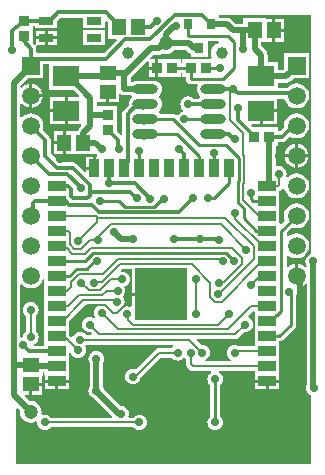
<source format=gbl>
G04*
G04 #@! TF.GenerationSoftware,Altium Limited,Altium Designer,19.1.8 (144)*
G04*
G04 Layer_Physical_Order=2*
G04 Layer_Color=16711680*
%FSLAX25Y25*%
%MOIN*%
G70*
G01*
G75*
%ADD10C,0.00984*%
%ADD13C,0.01000*%
%ADD41R,0.03150X0.03543*%
%ADD46R,0.05512X0.05118*%
%ADD47R,0.05118X0.05512*%
%ADD48R,0.03740X0.03347*%
%ADD49R,0.03347X0.03740*%
%ADD50C,0.04724*%
%ADD51C,0.01181*%
%ADD52C,0.01968*%
%ADD53C,0.00800*%
%ADD55C,0.03937*%
%ADD56R,0.05906X0.05906*%
%ADD57C,0.05906*%
%ADD58C,0.02756*%
%ADD59R,0.04900X0.02600*%
%ADD60R,0.05906X0.03543*%
%ADD61R,0.03543X0.05906*%
%ADD62R,0.17717X0.17717*%
%ADD63R,0.08780X0.07087*%
%ADD64O,0.08661X0.03150*%
G36*
X26429Y149193D02*
X33729D01*
Y151225D01*
X34191Y151416D01*
X34627Y150980D01*
Y145650D01*
X37351D01*
X37543Y145188D01*
X33156Y140802D01*
X11220D01*
X11220Y140802D01*
X11184Y140795D01*
X10684Y141082D01*
Y142321D01*
X10619Y142645D01*
X10545Y143020D01*
X10545Y143020D01*
X10545Y143020D01*
X10470Y143132D01*
X10781Y143566D01*
X11034Y143566D01*
X13579D01*
Y145366D01*
X10629D01*
Y144015D01*
X10629Y143794D01*
X10216Y143637D01*
X10129Y143632D01*
X9527Y144234D01*
Y149867D01*
X10429D01*
Y149193D01*
X17729D01*
Y151611D01*
X18676Y152558D01*
X26429D01*
Y149193D01*
D02*
G37*
G36*
X71477Y144271D02*
X70709Y143953D01*
X69943Y143364D01*
X69355Y142598D01*
X68985Y141706D01*
X68859Y140748D01*
X68985Y139790D01*
X69148Y139397D01*
X68814Y138897D01*
X59332D01*
Y137552D01*
X58779D01*
Y138897D01*
X53032D01*
Y138697D01*
X51287D01*
Y135827D01*
Y132957D01*
X53032D01*
Y132757D01*
X58779D01*
Y134101D01*
X59332D01*
Y132757D01*
X60479D01*
Y132283D01*
X60611Y131623D01*
X60985Y131063D01*
X61545Y130690D01*
X62205Y130558D01*
X64212D01*
X64447Y130058D01*
X64226Y129524D01*
X64131Y128799D01*
X64226Y128075D01*
X64505Y127400D01*
X64950Y126820D01*
X65219Y126614D01*
Y125984D01*
X64950Y125778D01*
X64833Y125625D01*
X63187D01*
X63177Y125638D01*
X62639Y126051D01*
X62012Y126311D01*
X61339Y126399D01*
X60666Y126311D01*
X60039Y126051D01*
X59500Y125638D01*
X59087Y125099D01*
X58827Y124472D01*
X58738Y123799D01*
X58827Y123126D01*
X59087Y122499D01*
X59500Y121961D01*
X59648Y121847D01*
X59508Y121324D01*
X59406Y121311D01*
X58779Y121051D01*
X58240Y120638D01*
X57967Y120282D01*
X57686Y120116D01*
X57311Y120160D01*
X56963Y120393D01*
X56303Y120525D01*
X52016D01*
X51822Y120778D01*
X51553Y120984D01*
Y121614D01*
X51822Y121820D01*
X52266Y122400D01*
X52546Y123075D01*
X52641Y123799D01*
X52546Y124524D01*
X52266Y125199D01*
X51822Y125778D01*
X51553Y125984D01*
Y126614D01*
X51822Y126820D01*
X52266Y127400D01*
X52546Y128075D01*
X52641Y128799D01*
X52546Y129524D01*
X52266Y130199D01*
X51822Y130778D01*
X51242Y131223D01*
X50567Y131503D01*
X49843Y131598D01*
X44331D01*
X43606Y131503D01*
X42979Y131243D01*
X42306D01*
Y132748D01*
X47652Y138095D01*
X48114Y137903D01*
Y136327D01*
X50287D01*
Y138697D01*
X48908D01*
X48716Y139159D01*
X49868Y140311D01*
X51634D01*
X51635Y140311D01*
X52487Y140480D01*
X52819Y140702D01*
X53007Y140624D01*
X53937Y140501D01*
X54867Y140624D01*
X55734Y140983D01*
X56478Y141554D01*
X56718Y141867D01*
X60729D01*
X61612Y140984D01*
X61612Y140984D01*
X62304Y140522D01*
Y139587D01*
X67854D01*
Y144771D01*
X71378D01*
X71477Y144271D01*
D02*
G37*
G36*
X102328Y73879D02*
X102285Y73873D01*
X101658Y73614D01*
X101119Y73200D01*
X100706Y72662D01*
X100446Y72035D01*
X100358Y71362D01*
X100446Y70689D01*
X100706Y70062D01*
X100783Y69961D01*
X100729Y69643D01*
X100416Y69503D01*
X100223Y69462D01*
X99434Y70067D01*
X98473Y70465D01*
X97941Y70535D01*
Y66614D01*
X96941D01*
Y70535D01*
X96409Y70465D01*
X95448Y70067D01*
X94634Y69443D01*
X94449Y69469D01*
X94134Y69576D01*
Y73326D01*
X94634Y73534D01*
X95347Y72987D01*
X96357Y72568D01*
X97441Y72426D01*
X98525Y72568D01*
X99535Y72987D01*
X100403Y73652D01*
X101068Y74520D01*
X101487Y75530D01*
X101630Y76614D01*
X101487Y77698D01*
X101068Y78708D01*
X100403Y79576D01*
X99535Y80242D01*
X98525Y80660D01*
X97441Y80803D01*
X96357Y80660D01*
X95347Y80242D01*
X94634Y79695D01*
X94134Y79902D01*
Y80856D01*
X95996Y82718D01*
X96357Y82568D01*
X97441Y82426D01*
X98525Y82568D01*
X99535Y82987D01*
X100403Y83652D01*
X101068Y84520D01*
X101487Y85530D01*
X101630Y86614D01*
X101487Y87698D01*
X101068Y88709D01*
X100403Y89576D01*
X99535Y90242D01*
X98525Y90660D01*
X97441Y90803D01*
X96357Y90660D01*
X95347Y90242D01*
X94479Y89576D01*
X93814Y88709D01*
X93395Y87698D01*
X93252Y86614D01*
X93395Y85530D01*
X93545Y85169D01*
X92251Y83876D01*
X91751Y84083D01*
Y88524D01*
Y93524D01*
Y94949D01*
X91951Y94989D01*
X92480Y95342D01*
X92693Y95556D01*
X92855Y95799D01*
X93376Y95678D01*
X93395Y95530D01*
X93814Y94520D01*
X94479Y93652D01*
X95347Y92987D01*
X96357Y92568D01*
X97441Y92426D01*
X98525Y92568D01*
X99535Y92987D01*
X100403Y93652D01*
X101068Y94520D01*
X101487Y95530D01*
X101630Y96614D01*
X101487Y97698D01*
X101068Y98708D01*
X100403Y99576D01*
X99535Y100242D01*
X98525Y100660D01*
X97441Y100803D01*
X96357Y100660D01*
X95347Y100242D01*
X94479Y99576D01*
X94371Y99435D01*
X93934Y99687D01*
X94051Y99970D01*
X94140Y100643D01*
X94051Y101316D01*
X93791Y101943D01*
X93378Y102481D01*
X92840Y102894D01*
X92213Y103154D01*
X91540Y103243D01*
X90978Y103169D01*
X90478Y103463D01*
Y109917D01*
X91124D01*
Y111161D01*
X92535D01*
X92535Y111161D01*
X93234Y111300D01*
X93826Y111696D01*
X95217Y113086D01*
X95347Y112987D01*
X96357Y112568D01*
X97441Y112426D01*
X98525Y112568D01*
X99535Y112987D01*
X100403Y113652D01*
X101068Y114520D01*
X101487Y115530D01*
X101630Y116614D01*
X101487Y117698D01*
X101068Y118709D01*
X100403Y119576D01*
X99535Y120242D01*
X98525Y120660D01*
X97441Y120803D01*
X96357Y120660D01*
X95347Y120242D01*
X94479Y119576D01*
X93814Y118709D01*
X93395Y117698D01*
X93252Y116614D01*
X93291Y116324D01*
X91779Y114813D01*
X91124D01*
Y116057D01*
X82841D01*
X82289Y116609D01*
X82481Y117071D01*
X85130D01*
Y121614D01*
X85630D01*
Y122114D01*
X91020D01*
Y125574D01*
X93389D01*
X93395Y125530D01*
X93814Y124520D01*
X94479Y123652D01*
X95347Y122987D01*
X96357Y122568D01*
X97441Y122426D01*
X98525Y122568D01*
X99535Y122987D01*
X100403Y123652D01*
X101068Y124520D01*
X101487Y125530D01*
X101630Y126614D01*
X101487Y127698D01*
X101068Y128709D01*
X100403Y129576D01*
X99535Y130242D01*
X98525Y130660D01*
X97441Y130803D01*
X96357Y130660D01*
X95347Y130242D01*
X94479Y129576D01*
X94210Y129226D01*
X91220D01*
Y130883D01*
X93937D01*
X93937Y130883D01*
X94789Y131053D01*
X95512Y131535D01*
X96438Y132462D01*
X101594D01*
Y140767D01*
X93288D01*
Y135611D01*
X93015Y135337D01*
X91220D01*
Y137854D01*
X87857D01*
Y140156D01*
X87857Y140156D01*
X87756Y140666D01*
X87687Y141008D01*
X87687Y141008D01*
X87687Y141008D01*
X87472Y141331D01*
X87205Y141731D01*
X87205Y141731D01*
X87205Y141731D01*
X85692Y143244D01*
Y144469D01*
X87224D01*
Y144669D01*
X89264D01*
Y148425D01*
Y152181D01*
X87224D01*
Y152381D01*
X79706D01*
Y150652D01*
X77300D01*
X75945Y152008D01*
X75945Y152008D01*
X75945Y152008D01*
X75669Y152192D01*
X75222Y152490D01*
X75222Y152490D01*
X75222Y152491D01*
X74686Y152597D01*
X74370Y152660D01*
X74370D01*
X74370Y152660D01*
X74370Y152660D01*
X71594D01*
Y153405D01*
X72050Y153509D01*
X102328D01*
Y73879D01*
D02*
G37*
G36*
X15080Y128367D02*
X23110D01*
X24857Y126620D01*
X24666Y126157D01*
X21169D01*
Y121614D01*
Y117071D01*
X25498D01*
X25705Y116571D01*
X24803Y115669D01*
X24342Y114980D01*
X22619D01*
Y114779D01*
X20579D01*
Y111024D01*
X20079D01*
D01*
X20579D01*
Y107268D01*
X22619D01*
Y107068D01*
X30137D01*
Y107098D01*
X30637Y107268D01*
X30792Y107066D01*
X31068Y106854D01*
X30898Y106354D01*
X30579D01*
Y102402D01*
X30079D01*
Y101902D01*
X27307D01*
Y101319D01*
X26845Y101128D01*
X24058Y103915D01*
X23466Y104310D01*
X22767Y104449D01*
X22767Y104449D01*
X18475D01*
X15566Y107358D01*
Y111732D01*
X15566Y111732D01*
X15427Y112431D01*
X15032Y113023D01*
X15031Y113023D01*
X12793Y115261D01*
X12904Y115530D01*
X13047Y116614D01*
X12904Y117698D01*
X12486Y118709D01*
X11820Y119576D01*
X10953Y120242D01*
X9942Y120660D01*
X8858Y120803D01*
X7774Y120660D01*
X6764Y120242D01*
X5896Y119576D01*
X5850Y119516D01*
X5377Y119676D01*
Y123837D01*
X5877Y124007D01*
X6039Y123795D01*
X6865Y123161D01*
X7826Y122763D01*
X8358Y122693D01*
Y126614D01*
X8858D01*
D01*
X8358D01*
Y130535D01*
X7826Y130465D01*
X6865Y130067D01*
X6039Y129433D01*
X5877Y129222D01*
X5377Y129391D01*
Y129983D01*
X7855Y132462D01*
X13011D01*
Y137151D01*
X15080D01*
Y128367D01*
D02*
G37*
G36*
X34949Y124394D02*
X38205D01*
Y127058D01*
X38705Y127307D01*
X39226Y126958D01*
X40079Y126789D01*
X42393D01*
X42620Y126614D01*
Y125984D01*
X42352Y125778D01*
X41907Y125199D01*
X41627Y124524D01*
X41532Y123799D01*
X41557Y123607D01*
X39926Y121976D01*
X39531Y121384D01*
X39391Y120686D01*
X39391Y120686D01*
Y113602D01*
X38892Y113395D01*
X37519Y114768D01*
Y117304D01*
Y123050D01*
X31379D01*
X30967Y123264D01*
Y124394D01*
X33949D01*
Y127953D01*
X34949D01*
Y124394D01*
D02*
G37*
G36*
X13367Y65408D02*
Y63524D01*
Y58524D01*
Y53524D01*
Y48524D01*
Y43322D01*
X10091D01*
X9992Y43822D01*
X10158Y43891D01*
X10697Y44304D01*
X11110Y44842D01*
X11370Y45469D01*
X11458Y46143D01*
X11370Y46815D01*
X11110Y47443D01*
X10697Y47981D01*
X10490Y48140D01*
Y53310D01*
X10697Y53469D01*
X11110Y54008D01*
X11370Y54635D01*
X11458Y55308D01*
X11370Y55981D01*
X11110Y56608D01*
X10697Y57146D01*
X10158Y57560D01*
X9531Y57819D01*
X8858Y57908D01*
X8185Y57819D01*
X7558Y57560D01*
X7020Y57146D01*
X6606Y56608D01*
X6347Y55981D01*
X6258Y55308D01*
X6347Y54635D01*
X6606Y54008D01*
X7020Y53469D01*
X7227Y53310D01*
Y48140D01*
X7020Y47981D01*
X6606Y47443D01*
X6347Y46815D01*
X6264Y46191D01*
X6050Y46084D01*
X5775Y46005D01*
X5377Y46281D01*
Y63552D01*
X5850Y63713D01*
X5896Y63652D01*
X6764Y62987D01*
X7774Y62568D01*
X8858Y62426D01*
X9942Y62568D01*
X10953Y62987D01*
X11820Y63652D01*
X12486Y64520D01*
X12904Y65530D01*
X13367Y65408D01*
D02*
G37*
G36*
X42563Y60917D02*
X52421D01*
Y59917D01*
X42563D01*
Y56502D01*
X42063Y56187D01*
X41711Y56333D01*
X41038Y56422D01*
X40365Y56333D01*
X40172Y56253D01*
X40018Y56363D01*
X39815Y56647D01*
X40031Y57166D01*
X40119Y57839D01*
X40031Y58512D01*
X39771Y59140D01*
X39406Y59615D01*
X39654Y59806D01*
X40068Y60345D01*
X40328Y60972D01*
X40416Y61645D01*
X40328Y62318D01*
X40086Y62900D01*
X40621Y63121D01*
X41159Y63535D01*
X41572Y64073D01*
X41832Y64700D01*
X41921Y65373D01*
X41832Y66046D01*
X41572Y66673D01*
X41159Y67212D01*
X40621Y67625D01*
X39994Y67885D01*
X39321Y67973D01*
X39023Y67934D01*
X38789Y68408D01*
X39226Y68844D01*
X42563D01*
Y60917D01*
D02*
G37*
G36*
X30913Y56246D02*
X30642Y56038D01*
X30228Y55500D01*
X29969Y54872D01*
X29880Y54199D01*
X29969Y53526D01*
X30228Y52899D01*
X30265Y52852D01*
X29908Y52496D01*
X29758Y52611D01*
X29131Y52871D01*
X28458Y52959D01*
X27785Y52871D01*
X27158Y52611D01*
X26619Y52198D01*
X26206Y51659D01*
X25946Y51032D01*
X25857Y50359D01*
X25946Y49686D01*
X26206Y49059D01*
X26619Y48520D01*
X27158Y48107D01*
X27785Y47848D01*
X28458Y47759D01*
X28717Y47793D01*
X29100Y47410D01*
X28908Y46948D01*
X27323D01*
X27164Y47155D01*
X26625Y47569D01*
X25998Y47828D01*
X25325Y47917D01*
X24652Y47828D01*
X24025Y47569D01*
X23486Y47155D01*
X23073Y46617D01*
X22983Y46399D01*
X22393Y46281D01*
X21673Y47002D01*
Y51404D01*
X27014Y56746D01*
X30743D01*
X30913Y56246D01*
D02*
G37*
G36*
X83446Y54539D02*
Y48524D01*
Y43127D01*
X78161D01*
X78077Y43192D01*
X77450Y43452D01*
X76776Y43540D01*
X76104Y43452D01*
X75476Y43192D01*
X74938Y42779D01*
X74525Y42240D01*
X74265Y41613D01*
X74176Y40940D01*
X74265Y40267D01*
X74525Y39640D01*
X74938Y39102D01*
X75476Y38688D01*
X75624Y38627D01*
X75524Y38127D01*
X66991D01*
X66891Y38627D01*
X67245Y38774D01*
X67784Y39187D01*
X68197Y39726D01*
X68457Y40353D01*
X68545Y41026D01*
X68457Y41699D01*
X68197Y42326D01*
X67784Y42864D01*
X67245Y43278D01*
X66618Y43537D01*
X65945Y43626D01*
X65686Y43592D01*
X64212Y45066D01*
X64403Y45528D01*
X77093D01*
X77717Y45652D01*
X78246Y46006D01*
X80034Y47793D01*
X80293Y47759D01*
X80966Y47848D01*
X81593Y48107D01*
X82131Y48520D01*
X82545Y49059D01*
X82804Y49686D01*
X82893Y50359D01*
X82804Y51032D01*
X82545Y51659D01*
X82131Y52198D01*
X81593Y52611D01*
X81467Y52663D01*
X81369Y53154D01*
X82946Y54730D01*
X83446Y54539D01*
D02*
G37*
G36*
X100809Y63732D02*
Y30409D01*
X100602Y29911D01*
X100514Y29238D01*
X100602Y28565D01*
X100862Y27937D01*
X101275Y27399D01*
X101814Y26986D01*
X102328Y26773D01*
Y3971D01*
X3971Y3971D01*
Y22344D01*
X4433Y22536D01*
X5317Y21652D01*
X5265Y21260D01*
X5388Y20330D01*
X5747Y19463D01*
X6318Y18719D01*
X7062Y18148D01*
X7928Y17789D01*
X8858Y17667D01*
X9788Y17789D01*
X10486Y18079D01*
X10883Y17837D01*
X10947Y17748D01*
X10943Y17717D01*
X11032Y17044D01*
X11292Y16416D01*
X11705Y15878D01*
X12243Y15465D01*
X12870Y15205D01*
X13543Y15116D01*
X14216Y15205D01*
X14843Y15465D01*
X15382Y15878D01*
X15541Y16085D01*
X43081D01*
X43240Y15878D01*
X43779Y15465D01*
X44406Y15205D01*
X45079Y15116D01*
X45752Y15205D01*
X46379Y15465D01*
X46917Y15878D01*
X47331Y16416D01*
X47590Y17044D01*
X47679Y17717D01*
X47590Y18390D01*
X47331Y19017D01*
X46917Y19555D01*
X46379Y19968D01*
X45752Y20228D01*
X45079Y20317D01*
X44406Y20228D01*
X43779Y19968D01*
X43240Y19555D01*
X43081Y19348D01*
X41635D01*
X41357Y19764D01*
X41433Y19947D01*
X41522Y20620D01*
X41433Y21293D01*
X41174Y21920D01*
X40760Y22458D01*
X40222Y22872D01*
X39595Y23132D01*
X38922Y23220D01*
X38910Y23219D01*
X33184Y28944D01*
X33179Y28985D01*
X32919Y29612D01*
X32906Y29629D01*
Y37531D01*
X32942Y37578D01*
X33201Y38205D01*
X33290Y38878D01*
X33201Y39551D01*
X32942Y40178D01*
X32528Y40717D01*
X31990Y41130D01*
X31363Y41390D01*
X30690Y41478D01*
X30017Y41390D01*
X29390Y41130D01*
X28851Y40717D01*
X28438Y40178D01*
X28178Y39551D01*
X28090Y38878D01*
X28178Y38205D01*
X28438Y37578D01*
X28451Y37560D01*
Y29659D01*
X28415Y29612D01*
X28156Y28985D01*
X28067Y28312D01*
X28156Y27639D01*
X28415Y27012D01*
X28829Y26473D01*
X29367Y26060D01*
X29994Y25800D01*
X30035Y25795D01*
X36020Y19810D01*
X35828Y19348D01*
X15541D01*
X15382Y19555D01*
X14843Y19968D01*
X14216Y20228D01*
X13543Y20317D01*
X12870Y20228D01*
X12791Y20195D01*
X12772Y20201D01*
X12359Y20557D01*
X12451Y21260D01*
X12329Y22190D01*
X11970Y23056D01*
X11399Y23800D01*
X10655Y24371D01*
X9788Y24730D01*
X8858Y24853D01*
X8466Y24801D01*
X6777Y26491D01*
X6968Y26953D01*
X8358D01*
Y30512D01*
X8858D01*
Y31012D01*
X12614D01*
Y33052D01*
X12814D01*
Y34427D01*
X13367D01*
Y33524D01*
X13567D01*
Y31996D01*
X21473D01*
Y33524D01*
X21673D01*
Y38524D01*
Y40801D01*
X22173Y40900D01*
X22355Y40461D01*
X22768Y39922D01*
X23306Y39509D01*
X23933Y39249D01*
X24606Y39161D01*
X25279Y39249D01*
X25907Y39509D01*
X26445Y39922D01*
X26858Y40461D01*
X27118Y41088D01*
X27207Y41761D01*
X27118Y42434D01*
X26858Y43061D01*
X26770Y43176D01*
X27164Y43478D01*
X27323Y43685D01*
X56411D01*
X56522Y43213D01*
X56518Y43185D01*
X55988Y42779D01*
X55829Y42572D01*
X51613D01*
X51613Y42572D01*
X50989Y42447D01*
X50460Y42094D01*
X43779Y35413D01*
X43542Y35512D01*
X42869Y35600D01*
X42196Y35512D01*
X41569Y35252D01*
X41030Y34839D01*
X40617Y34300D01*
X40357Y33673D01*
X40269Y33000D01*
X40357Y32327D01*
X40617Y31700D01*
X41030Y31161D01*
X41569Y30748D01*
X42196Y30488D01*
X42869Y30400D01*
X43542Y30488D01*
X44169Y30748D01*
X44708Y31161D01*
X45121Y31700D01*
X45380Y32327D01*
X45391Y32411D01*
X52289Y39309D01*
X55829D01*
X55988Y39102D01*
X56527Y38688D01*
X57154Y38429D01*
X57827Y38340D01*
X58500Y38429D01*
X59127Y38688D01*
X59666Y39102D01*
X59718Y39170D01*
X60234Y39193D01*
X60573Y38860D01*
Y37339D01*
X60698Y36715D01*
X61051Y36185D01*
X61894Y35342D01*
X62423Y34989D01*
X63048Y34865D01*
X68985D01*
X69084Y34365D01*
X68976Y34320D01*
X68437Y33906D01*
X68024Y33368D01*
X67764Y32741D01*
X67675Y32068D01*
X67764Y31395D01*
X68024Y30768D01*
X68437Y30229D01*
X68542Y30148D01*
Y19636D01*
X68437Y19555D01*
X68024Y19017D01*
X67764Y18390D01*
X67675Y17717D01*
X67764Y17044D01*
X68024Y16416D01*
X68437Y15878D01*
X68976Y15465D01*
X69603Y15205D01*
X70276Y15116D01*
X70949Y15205D01*
X71576Y15465D01*
X72114Y15878D01*
X72527Y16416D01*
X72787Y17044D01*
X72876Y17717D01*
X72787Y18390D01*
X72527Y19017D01*
X72114Y19555D01*
X72009Y19636D01*
Y30148D01*
X72114Y30229D01*
X72527Y30768D01*
X72787Y31395D01*
X72876Y32068D01*
X72787Y32741D01*
X72527Y33368D01*
X72114Y33906D01*
X71576Y34320D01*
X71467Y34365D01*
X71566Y34865D01*
X83446D01*
Y33524D01*
X83646D01*
Y31996D01*
X91551D01*
Y33524D01*
X91751D01*
Y38524D01*
Y44765D01*
X92401Y44895D01*
X92963Y45270D01*
X96797Y49104D01*
X97172Y49666D01*
X97304Y50329D01*
Y59830D01*
X97331Y59864D01*
X97590Y60491D01*
X97679Y61164D01*
X97590Y61837D01*
X97464Y62143D01*
X97777Y62672D01*
X98473Y62763D01*
X99434Y63161D01*
X100260Y63795D01*
X100335Y63893D01*
X100809Y63732D01*
D02*
G37*
%LPC*%
G36*
X17529Y148166D02*
X14579D01*
Y146366D01*
X17529D01*
Y148166D01*
D02*
G37*
G36*
X13579D02*
X10629D01*
Y146366D01*
X13579D01*
Y148166D01*
D02*
G37*
G36*
X17529Y145366D02*
X14579D01*
Y143566D01*
X17529D01*
Y145366D01*
D02*
G37*
G36*
X33729Y148366D02*
X26429D01*
Y143366D01*
X33729D01*
Y148366D01*
D02*
G37*
G36*
X50287Y135327D02*
X48114D01*
Y132957D01*
X50287D01*
Y135327D01*
D02*
G37*
G36*
X93323Y152181D02*
X90264D01*
Y148925D01*
X93323D01*
Y152181D01*
D02*
G37*
G36*
Y147925D02*
X90264D01*
Y144669D01*
X93323D01*
Y147925D01*
D02*
G37*
G36*
X91020Y121114D02*
X86130D01*
Y117071D01*
X91020D01*
Y121114D01*
D02*
G37*
G36*
X97941Y110535D02*
Y107114D01*
X101362D01*
X101292Y107646D01*
X100894Y108608D01*
X100260Y109433D01*
X99434Y110067D01*
X98473Y110465D01*
X97941Y110535D01*
D02*
G37*
G36*
X96941D02*
X96409Y110465D01*
X95448Y110067D01*
X94622Y109433D01*
X93988Y108608D01*
X93590Y107646D01*
X93520Y107114D01*
X96941D01*
Y110535D01*
D02*
G37*
G36*
X101362Y106114D02*
X97941D01*
Y102693D01*
X98473Y102763D01*
X99434Y103162D01*
X100260Y103795D01*
X100894Y104621D01*
X101292Y105582D01*
X101362Y106114D01*
D02*
G37*
G36*
X96941D02*
X93520D01*
X93590Y105582D01*
X93988Y104621D01*
X94622Y103795D01*
X95448Y103162D01*
X96409Y102763D01*
X96941Y102693D01*
Y106114D01*
D02*
G37*
G36*
X9358Y130535D02*
Y127114D01*
X12779D01*
X12709Y127646D01*
X12311Y128608D01*
X11677Y129433D01*
X10852Y130067D01*
X9890Y130465D01*
X9358Y130535D01*
D02*
G37*
G36*
X12779Y126114D02*
X9358D01*
Y122693D01*
X9890Y122763D01*
X10852Y123161D01*
X11677Y123795D01*
X12311Y124621D01*
X12709Y125582D01*
X12779Y126114D01*
D02*
G37*
G36*
X20169Y126157D02*
X15280D01*
Y122114D01*
X20169D01*
Y126157D01*
D02*
G37*
G36*
Y121114D02*
X15280D01*
Y117071D01*
X20169D01*
Y121114D01*
D02*
G37*
G36*
X19579Y114779D02*
X16520D01*
Y111524D01*
X19579D01*
Y114779D01*
D02*
G37*
G36*
Y110524D02*
X16520D01*
Y107268D01*
X19579D01*
Y110524D01*
D02*
G37*
G36*
X29579Y106354D02*
X27307D01*
Y102902D01*
X29579D01*
Y106354D01*
D02*
G37*
G36*
X91551Y30996D02*
X88098D01*
Y28724D01*
X91551D01*
Y30996D01*
D02*
G37*
G36*
X87098D02*
X83646D01*
Y28724D01*
X87098D01*
Y30996D01*
D02*
G37*
G36*
X21473D02*
X18020D01*
Y28724D01*
X21473D01*
Y30996D01*
D02*
G37*
G36*
X17020D02*
X13567D01*
Y28724D01*
X17020D01*
Y30996D01*
D02*
G37*
G36*
X12614Y30012D02*
X9358D01*
Y26953D01*
X12614D01*
Y30012D01*
D02*
G37*
%LPD*%
D10*
X78143Y98196D02*
Y105890D01*
X78013Y90993D02*
Y98067D01*
X78143Y98196D01*
X62205Y132283D02*
X72835D01*
X62205D02*
Y135827D01*
X21715Y66496D02*
X24123Y68904D01*
X17520Y66496D02*
X21715D01*
X27476Y68904D02*
X30068Y71496D01*
X24123Y68904D02*
X27476D01*
X70079Y102402D02*
Y107651D01*
X40222Y89675D02*
X50083D01*
X38346Y91550D02*
X40222Y89675D01*
X46116Y117677D02*
X47162Y118723D01*
X73882Y110151D02*
X78143Y105890D01*
X84035Y81496D02*
X87598D01*
X79763Y85769D02*
X84035Y81496D01*
X79763Y85769D02*
Y89243D01*
X78013Y90993D02*
X79763Y89243D01*
X64951Y110151D02*
X73882D01*
X56303Y118799D02*
X64951Y110151D01*
X47238Y118799D02*
X56303D01*
X50083Y89675D02*
X52670Y92262D01*
X53150D01*
X47087Y118799D02*
X47238D01*
X30068Y71496D02*
X30809D01*
X31875Y91550D02*
X38346D01*
X47162Y118723D02*
X47238Y118799D01*
X47162Y113723D02*
X47238Y113799D01*
X69882Y107480D02*
X70079Y107651D01*
X55906Y135827D02*
X62205D01*
X72835Y132283D02*
X76477Y135926D01*
Y144624D01*
X74605Y146496D02*
X76477Y144624D01*
X67323Y135827D02*
X72047D01*
X57651Y113799D02*
X65079Y106371D01*
X60079Y118799D02*
X69685D01*
X45079Y103386D02*
Y108268D01*
X47238Y113799D02*
X57651D01*
X65079Y103386D02*
Y106371D01*
X61339Y146496D02*
Y150433D01*
Y146496D02*
X74605D01*
X46116Y112677D02*
X47162Y113723D01*
X46116Y112677D02*
X47162Y113723D01*
D13*
X95079Y61164D02*
X95571Y60672D01*
X92401Y54736D02*
Y81574D01*
X29699Y74174D02*
X54780D01*
X27021Y71496D02*
X29699Y74174D01*
X54780D02*
X54781Y74173D01*
X73889D01*
X73935Y74127D01*
X73985D01*
X75554Y72558D01*
X17520Y71496D02*
X27021D01*
X75554Y72508D02*
Y72558D01*
Y72508D02*
X76566Y71496D01*
X83025Y91496D02*
X87598D01*
X82283Y92238D02*
Y94323D01*
X91090Y53424D02*
X92401Y54736D01*
X90708Y53424D02*
X91090D01*
X88779Y51496D02*
X90708Y53424D01*
X87598Y51496D02*
X88779D01*
X70045Y92578D02*
X75079Y97611D01*
X67836Y92578D02*
X70045D01*
X75079Y97611D02*
Y102402D01*
X91738Y46496D02*
X95571Y50329D01*
X87598Y46496D02*
X91738D01*
X92401Y81574D02*
X97441Y86614D01*
X95571Y50329D02*
Y60672D01*
X70276Y17717D02*
Y32068D01*
X82283Y92238D02*
X83025Y91496D01*
D41*
X61339Y150433D02*
D03*
X68819D02*
D03*
X65079Y142559D02*
D03*
D46*
X8858Y36811D02*
D03*
Y30512D02*
D03*
X34449Y134252D02*
D03*
Y127953D02*
D03*
D47*
X44685Y149606D02*
D03*
X38386D02*
D03*
X89764Y148425D02*
D03*
X83465D02*
D03*
X20079Y111024D02*
D03*
X26378D02*
D03*
D48*
X34449Y115059D02*
D03*
Y120177D02*
D03*
X6457Y151614D02*
D03*
Y146496D02*
D03*
D49*
X83133Y112987D02*
D03*
X88251D02*
D03*
X50787Y135827D02*
D03*
X55906D02*
D03*
X67323D02*
D03*
X62205D02*
D03*
D50*
X53937Y144094D02*
D03*
X8858Y21260D02*
D03*
D51*
X28457Y94488D02*
X28458Y94488D01*
X28457Y94488D02*
Y96934D01*
X22767Y102624D02*
X28457Y96934D01*
X17719Y102624D02*
X22767D01*
X13740Y106602D02*
X17719Y102624D01*
X13740Y106602D02*
Y111732D01*
X8858Y116614D02*
X13740Y111732D01*
X71723Y78708D02*
X71755Y78676D01*
X65248Y78708D02*
X71723D01*
X65216Y78740D02*
X65248Y78708D01*
X56880Y78855D02*
X56995Y78740D01*
X56508Y78855D02*
X56880D01*
X56995Y78740D02*
X65216D01*
X2559Y141706D02*
Y148108D01*
X92535Y112987D02*
X96163Y116614D01*
X88251Y112987D02*
X92535D01*
X44994Y123799D02*
X46040Y122753D01*
X46116Y122677D01*
X41217Y120686D02*
X44331Y123799D01*
X41217Y104524D02*
Y120686D01*
X40079Y103386D02*
X41217Y104524D01*
X19437Y92426D02*
X21548Y90315D01*
X18449Y92426D02*
X19437D01*
X21548Y90315D02*
X29195D01*
X74803Y113799D02*
X76350Y112252D01*
X72902Y113799D02*
X74803D01*
X17520Y91496D02*
X18449Y92426D01*
X29195Y90315D02*
X31718Y87792D01*
X76350Y112252D02*
X76776D01*
X22135Y93212D02*
Y95556D01*
X21195Y96496D02*
X22135Y95556D01*
X17520Y96496D02*
X21195D01*
X76378Y129016D02*
X77994Y127400D01*
X96655D01*
X97441Y126614D01*
X69685Y128799D02*
X75216D01*
X77858Y118458D02*
Y122447D01*
Y118458D02*
X83133Y113184D01*
Y112987D02*
Y113184D01*
X28458Y94488D02*
X41887D01*
X43865Y92510D01*
X44291D01*
X68819Y150433D02*
Y150630D01*
X65854Y153595D02*
X68819Y150630D01*
X56881Y153595D02*
X65854D01*
X48746Y145460D02*
X56881Y153595D01*
X40396Y145460D02*
X48746D01*
X33913Y138976D02*
X40396Y145460D01*
X11220Y138976D02*
X33913D01*
X8858Y136614D02*
X11220Y138976D01*
X96163Y116614D02*
X97441D01*
X31718Y87792D02*
X58130D01*
X62847Y92510D01*
X21083Y100643D02*
X25689Y96036D01*
X14830Y100643D02*
X21083D01*
X44685Y149606D02*
X48952D01*
X50762Y151416D01*
X50787D01*
X8310Y41496D02*
X17520D01*
X6398Y43408D02*
X8310Y41496D01*
X43466Y97638D02*
X48759Y92345D01*
X35039Y97638D02*
X43466D01*
X8858Y106614D02*
X14830Y100643D01*
X8858Y136614D02*
Y142321D01*
X6457Y144723D02*
X8858Y142321D01*
X6457Y144723D02*
Y146496D01*
X4031Y149580D02*
X4226D01*
X2559Y148108D02*
X4031Y149580D01*
X8427Y151614D02*
X8506Y151693D01*
X14079D01*
X15229D01*
X38386Y149606D02*
Y149803D01*
X9762Y87518D02*
Y91022D01*
X10236Y91496D02*
X17520D01*
X22135Y93212D02*
X22867Y92480D01*
X27726D01*
X28458Y93212D01*
Y94488D01*
X34646Y115059D02*
X37888Y111817D01*
X61339Y123799D02*
X69685D01*
X44331D02*
X44994D01*
X58424Y108824D02*
X60079Y107169D01*
Y103386D02*
Y107169D01*
X37888Y109356D02*
Y111817D01*
X34449Y115059D02*
X34646D01*
X35039Y97638D02*
X35079Y97677D01*
Y102402D01*
X9762Y91022D02*
X10236Y91496D01*
X8858Y86614D02*
X9762Y87518D01*
X4226Y149580D02*
X6260Y151614D01*
X6457D01*
X33806Y154383D02*
X38386Y149803D01*
X17919Y154383D02*
X33806D01*
X15229Y151693D02*
X17919Y154383D01*
X6457Y151614D02*
X8427D01*
D52*
X54788Y143244D02*
Y144094D01*
X30667Y28312D02*
X38359Y20620D01*
X38922D01*
X30678Y38867D02*
X30690Y38878D01*
X30678Y28323D02*
Y38867D01*
X30667Y28312D02*
X30678Y28323D01*
X103036Y29316D02*
X103114Y29238D01*
X103036Y29316D02*
Y71284D01*
X102958Y71362D02*
X103036Y71284D01*
X40079Y129016D02*
X44778D01*
X40079D02*
Y133671D01*
X33307Y133110D02*
X34449Y134252D01*
X21516Y133110D02*
X33307D01*
X28740Y120177D02*
Y125886D01*
X26378Y114094D02*
X28740Y116457D01*
X26378Y111024D02*
Y114094D01*
X93937Y133110D02*
X97441Y136614D01*
X85630Y133110D02*
X93937D01*
X88251Y97148D02*
Y112987D01*
X97441Y65549D02*
X98473Y64517D01*
Y61496D02*
Y64517D01*
X63187Y142559D02*
X65079D01*
X61652Y144094D02*
X63187Y142559D01*
X54788Y144094D02*
X61652D01*
X53937Y147292D02*
X56512Y149867D01*
X53937Y144094D02*
Y147292D01*
X56512Y149867D02*
X57104D01*
X17362Y36654D02*
X17520Y36496D01*
X9016Y36654D02*
X17362D01*
X8858Y36811D02*
X9016Y36654D01*
X3150Y36811D02*
Y130906D01*
X8858Y136614D01*
X97441Y65549D02*
Y66614D01*
X53191Y144094D02*
X53937D01*
X54788Y143244D01*
X40660Y134252D02*
X48946Y142538D01*
X51635D01*
X53191Y144094D01*
X38976Y78740D02*
X43077D01*
X36568Y81148D02*
Y81149D01*
Y81148D02*
X38976Y78740D01*
X3150Y26968D02*
Y36811D01*
X83465Y142321D02*
Y148228D01*
X3150Y26968D02*
X8858Y21260D01*
X3150Y36811D02*
X8858D01*
X68819Y150433D02*
X74370D01*
X79527Y142126D02*
Y148425D01*
X30299Y111024D02*
X32267Y109055D01*
X21516Y133110D02*
X28740Y125886D01*
X20669Y133110D02*
X21516D01*
X34449Y134252D02*
X40660D01*
X28740Y120177D02*
X34449D01*
X26378Y111024D02*
X30299D01*
X32556Y108980D02*
X32631Y108904D01*
X79527Y148425D02*
X83465D01*
X76378D02*
X79527D01*
X74370Y150433D02*
X76378Y148425D01*
X83465Y142321D02*
X85630Y140156D01*
Y133110D02*
Y140156D01*
X32267Y109055D02*
X32556Y108980D01*
X32556Y108980D01*
X28740Y116457D02*
Y120177D01*
X40079Y133671D02*
X40660Y134252D01*
D53*
X13543Y17717D02*
X45079D01*
X17520Y76496D02*
X18142Y75874D01*
X20800D01*
X22751Y73922D01*
X17520Y81496D02*
X21146D01*
X28479Y78452D02*
X31391D01*
X21904Y77033D02*
Y80738D01*
X21146Y81496D02*
X21904Y80738D01*
X23414Y75522D02*
X25550D01*
X28479Y78452D01*
X22173Y51496D02*
X27454Y56777D01*
X22028Y48077D02*
Y51289D01*
X31391Y78452D02*
Y79618D01*
X35500Y83727D01*
X28995Y75874D02*
X75833D01*
X27044Y73922D02*
X28995Y75874D01*
X22751Y73922D02*
X27044D01*
X30809Y86002D02*
X73557D01*
X83192Y76367D01*
Y72066D02*
Y76367D01*
X71544Y60417D02*
X83192Y72066D01*
X72186Y83727D02*
X80614Y75299D01*
X35500Y83727D02*
X72186D01*
X85365Y66496D02*
X87598D01*
X82405Y63535D02*
X85365Y66496D01*
X91540Y96709D02*
Y100643D01*
X91326Y96496D02*
X91540Y96709D01*
X87598Y96496D02*
X91326D01*
X77332Y41496D02*
X87598D01*
X76776Y40940D02*
X77332Y41496D01*
X18489Y50527D02*
X26339Y58377D01*
X17520Y51496D02*
X18489Y50527D01*
X22298Y62726D02*
Y64686D01*
X21068Y61496D02*
X22298Y62726D01*
X17520Y61496D02*
X21068D01*
X24770Y60097D02*
X32697D01*
X21169Y56496D02*
X24770Y60097D01*
X17520Y56496D02*
X21169D01*
X33024Y67212D02*
X37887Y72076D01*
X24824Y67212D02*
X33024D01*
X22298Y64686D02*
X24824Y67212D01*
X30809Y86002D02*
Y86169D01*
Y84427D02*
Y86002D01*
X30482Y86496D02*
X30809Y86169D01*
X17520Y86496D02*
X30482D01*
X77093Y85580D02*
Y87518D01*
X79705Y91694D02*
X85692Y85707D01*
X79705Y91694D02*
Y97366D01*
X77093Y85580D02*
X86177Y76496D01*
X72249Y72076D02*
X72876Y71449D01*
X37887Y72076D02*
X72249D01*
X25325Y45317D02*
X61654D01*
X51613Y40940D02*
X57827D01*
X63048Y36496D02*
X87598D01*
X62205Y37339D02*
X63048Y36496D01*
X62205Y37339D02*
Y40940D01*
X19871Y46496D02*
X24606Y41761D01*
X43673Y33000D02*
X51613Y40940D01*
X61654Y45317D02*
X65945Y41026D01*
X42869Y33000D02*
X43673D01*
X71755Y64275D02*
X72130Y64649D01*
X73365D01*
X79144Y70428D01*
X63921Y65302D02*
X63993Y65373D01*
X63921Y54097D02*
Y65302D01*
X63850Y54026D02*
X63921Y54097D01*
X75833Y75874D02*
X79144Y72564D01*
X36981Y58377D02*
X37519Y57839D01*
X68734Y59430D02*
Y64278D01*
Y59430D02*
X70324Y57839D01*
X85692Y85707D02*
Y86496D01*
X75216Y118568D02*
X79705Y114079D01*
Y106720D02*
Y114079D01*
Y106720D02*
X79835Y106590D01*
Y97496D02*
Y106590D01*
X79705Y97366D02*
X79835Y97496D01*
X75216Y118568D02*
Y128799D01*
X76161D02*
X76378Y129016D01*
X75216Y128799D02*
X76161D01*
X71392Y60417D02*
X71544D01*
X41038Y53822D02*
X41412Y53447D01*
Y52013D02*
Y53447D01*
Y52013D02*
X43066Y50359D01*
X71325D01*
X74905Y53940D01*
X22028Y48077D02*
X22867Y47238D01*
X22028Y51289D02*
X22173Y51434D01*
Y51496D01*
X27454Y56777D02*
X33548D01*
X8858Y46143D02*
Y55308D01*
X69685Y113799D02*
X72902D01*
X22867Y47002D02*
Y47238D01*
X33548Y56777D02*
X36126Y54199D01*
X26339Y58377D02*
X36981D01*
X36126Y54199D02*
X37525D01*
X40868Y57543D01*
Y59668D01*
X41242Y60042D01*
X34245Y61645D02*
X37816D01*
X32697Y60097D02*
X34245Y61645D01*
X32034Y61697D02*
X35710Y65373D01*
X28110Y61697D02*
X32034D01*
X35710Y65373D02*
X39321D01*
X28458Y50359D02*
Y50359D01*
Y50359D02*
X31658Y47159D01*
X17520Y46496D02*
X19871D01*
X72460Y57839D02*
X84745Y70124D01*
X79144Y70428D02*
Y72564D01*
X86227Y70124D02*
X87598Y71496D01*
X84745Y70124D02*
X86227D01*
X86177Y76496D02*
X87598D01*
X37921Y48759D02*
X74668D01*
X32480Y54199D02*
X37921Y48759D01*
X31658Y47159D02*
X77093D01*
X80293Y50359D01*
X70324Y57839D02*
X72460D01*
X38550Y70476D02*
X62536D01*
X68734Y64278D01*
X30021Y64275D02*
X30271Y64525D01*
X32599D01*
X38550Y70476D01*
X25532Y64275D02*
X28110Y61697D01*
X74668Y48759D02*
X82405Y56496D01*
X87598D01*
X24482Y78100D02*
X30809Y84427D01*
X21904Y77033D02*
X23414Y75522D01*
D55*
X41142Y140748D02*
D03*
X72559D02*
D03*
D56*
X97441Y136614D02*
D03*
X8858D02*
D03*
D57*
X97441Y126614D02*
D03*
Y116614D02*
D03*
Y106614D02*
D03*
Y96614D02*
D03*
Y86614D02*
D03*
Y76614D02*
D03*
Y66614D02*
D03*
X8858Y126614D02*
D03*
Y116614D02*
D03*
Y106614D02*
D03*
Y96614D02*
D03*
Y86614D02*
D03*
Y76614D02*
D03*
Y66614D02*
D03*
D58*
X38922Y20620D02*
D03*
X30667Y28312D02*
D03*
X103114Y29238D02*
D03*
X95079Y61164D02*
D03*
X102958Y71362D02*
D03*
X31391Y78452D02*
D03*
X80614Y75299D02*
D03*
X65216Y78740D02*
D03*
X71755Y78676D02*
D03*
X2559Y141706D02*
D03*
X100260Y151168D02*
D03*
X18676Y105582D02*
D03*
X38386Y108824D02*
D03*
X20669Y22752D02*
D03*
X59332Y140666D02*
D03*
X12386Y130854D02*
D03*
X13923Y22752D02*
D03*
X57651Y17717D02*
D03*
X77093Y87518D02*
D03*
X25325Y45317D02*
D03*
X30690Y38878D02*
D03*
X57827Y40940D02*
D03*
X24606Y41761D02*
D03*
X48228Y41613D02*
D03*
X62205Y40940D02*
D03*
X65945Y41026D02*
D03*
X72876Y71449D02*
D03*
X63850Y54026D02*
D03*
X76378Y129016D02*
D03*
X76776Y112252D02*
D03*
X82283Y94323D02*
D03*
X77858Y122447D02*
D03*
X25689Y95787D02*
D03*
X42869Y33000D02*
D03*
X23655Y50867D02*
D03*
X8858Y55308D02*
D03*
X71755Y64275D02*
D03*
X74905Y53940D02*
D03*
X50787Y151416D02*
D03*
X89701Y142126D02*
D03*
X96114Y142598D02*
D03*
X57104Y149867D02*
D03*
X45079Y133688D02*
D03*
X40086Y124394D02*
D03*
X56693Y122095D02*
D03*
X76274Y32404D02*
D03*
X37816Y61645D02*
D03*
X37519Y57839D02*
D03*
X41038Y53822D02*
D03*
X41242Y60042D02*
D03*
X39321Y65373D02*
D03*
X28458Y50359D02*
D03*
X94051Y121614D02*
D03*
X91540Y106371D02*
D03*
X12186Y121774D02*
D03*
X6693Y10433D02*
D03*
X85630Y11811D02*
D03*
X77332D02*
D03*
X41217D02*
D03*
X61894D02*
D03*
X97192Y16416D02*
D03*
X21706Y148228D02*
D03*
X7928Y61164D02*
D03*
X22417Y11811D02*
D03*
X26378Y22752D02*
D03*
X72885Y40940D02*
D03*
X12243Y6496D02*
D03*
X94140Y8760D02*
D03*
X70045Y11811D02*
D03*
X50567D02*
D03*
X31363D02*
D03*
X13543Y17717D02*
D03*
X82405Y63535D02*
D03*
X76566Y71496D02*
D03*
X45079Y17717D02*
D03*
X6398Y43408D02*
D03*
X8858Y46143D02*
D03*
X44291Y92510D02*
D03*
X48759Y92345D02*
D03*
X53150Y92262D02*
D03*
X62847Y92510D02*
D03*
X67836Y92578D02*
D03*
X63993Y65373D02*
D03*
X25532Y64275D02*
D03*
X43077Y78740D02*
D03*
X36568Y81149D02*
D03*
X71392Y60417D02*
D03*
X30021Y64275D02*
D03*
X80293Y50359D02*
D03*
X30809Y71496D02*
D03*
X24482Y78100D02*
D03*
X32480Y54199D02*
D03*
X56508Y78855D02*
D03*
X91540Y100643D02*
D03*
X76776Y40940D02*
D03*
X70276Y17717D02*
D03*
Y32068D02*
D03*
X31875Y91550D02*
D03*
X32631Y108904D02*
D03*
X60079Y118799D02*
D03*
X45079Y108268D02*
D03*
X61339Y123799D02*
D03*
X58424Y108824D02*
D03*
X72047Y135827D02*
D03*
X35039Y97638D02*
D03*
X69882Y107480D02*
D03*
X79527Y142126D02*
D03*
D59*
X30079Y145866D02*
D03*
Y151693D02*
D03*
X14079D02*
D03*
Y145866D02*
D03*
D60*
X17520Y31496D02*
D03*
Y36496D02*
D03*
Y41496D02*
D03*
Y46496D02*
D03*
Y51496D02*
D03*
Y56496D02*
D03*
Y61496D02*
D03*
Y66496D02*
D03*
Y71496D02*
D03*
Y76496D02*
D03*
Y81496D02*
D03*
Y86496D02*
D03*
Y91496D02*
D03*
Y96496D02*
D03*
X87598D02*
D03*
Y91496D02*
D03*
Y86496D02*
D03*
Y81496D02*
D03*
Y76496D02*
D03*
Y71496D02*
D03*
Y66496D02*
D03*
Y61496D02*
D03*
Y56496D02*
D03*
Y51496D02*
D03*
Y46496D02*
D03*
Y41496D02*
D03*
Y36496D02*
D03*
Y31496D02*
D03*
D61*
X30079Y102402D02*
D03*
X35079D02*
D03*
X40079D02*
D03*
X45079D02*
D03*
X50079D02*
D03*
X55079D02*
D03*
X60079D02*
D03*
X65079D02*
D03*
X70079D02*
D03*
X75079D02*
D03*
D62*
X52421Y60417D02*
D03*
D63*
X20669Y133110D02*
D03*
Y121614D02*
D03*
X85630Y133110D02*
D03*
Y121614D02*
D03*
D64*
X69685Y128799D02*
D03*
Y123799D02*
D03*
Y118799D02*
D03*
Y113799D02*
D03*
X47087Y128799D02*
D03*
Y123799D02*
D03*
Y118799D02*
D03*
Y113799D02*
D03*
M02*

</source>
